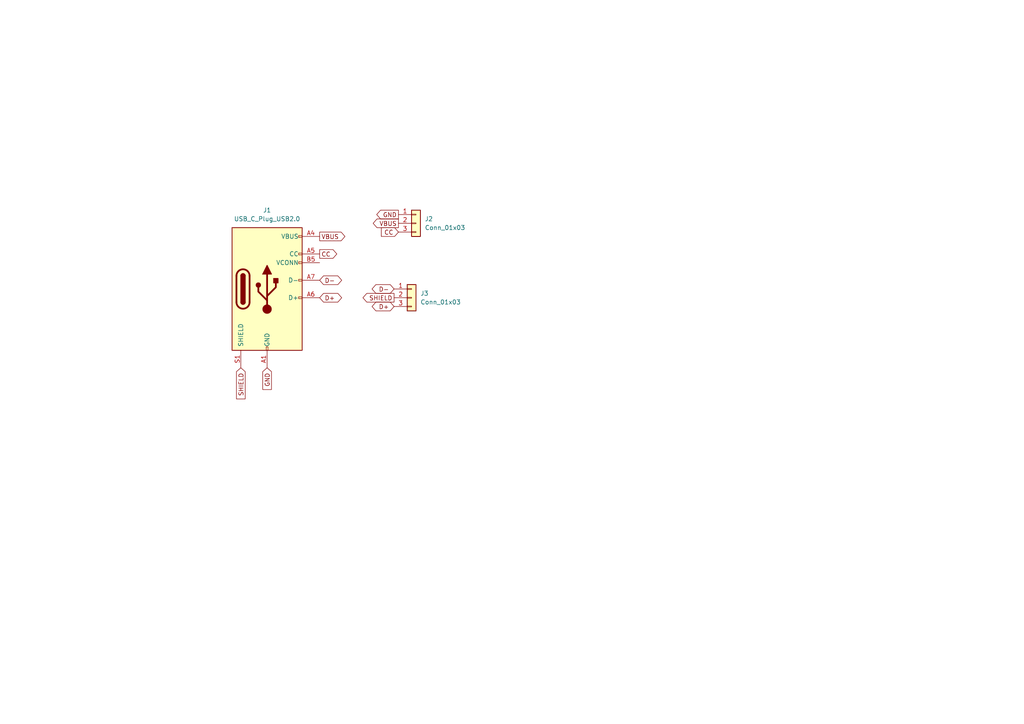
<source format=kicad_sch>
(kicad_sch (version 20230121) (generator eeschema)
  (paper "A4")
  (lib_symbols
    (symbol "21xt_symbols:USB_C_Plug_USB2.0-Connector" (pin_names (offset 1.016))
      (property "Reference" "J1" (at 10.16 19.05 0))
      (property "Value" "USB_C_Plug_USB2.0" (at -11.43 0 90))
      (symbol "USB_C_Plug_USB2.0-Connector_0_0"
        (rectangle (start -0.254 -17.78) (end 0.254 -16.764))
        (rectangle (start 10.16 -2.286) (end 9.144 -2.794))
        (rectangle (start 10.16 2.794) (end 9.144 2.286))
        (rectangle (start 10.16 7.874) (end 9.144 7.366))
        (rectangle (start 10.16 10.414) (end 9.144 9.906))
        (rectangle (start 10.16 15.494) (end 9.144 14.986))
      )
      (symbol "USB_C_Plug_USB2.0-Connector_0_1"
        (rectangle (start -10.16 17.78) (end 10.16 -17.78) (stroke (width 0.254)) (fill (type background)))
        (arc (start -8.89 -3.81) (mid -6.985 -5.7066) (end -5.08 -3.81) (stroke (width 0.508)))
        (arc (start -7.62 -3.81) (mid -6.985 -4.4422) (end -6.35 -3.81) (stroke (width 0.254)))
        (arc (start -7.62 -3.81) (mid -6.985 -4.4422) (end -6.35 -3.81) (stroke (width 0.254)) (fill (type outline)))
        (rectangle (start -7.62 -3.81) (end -6.35 3.81) (stroke (width 0.254)) (fill (type outline)))
        (arc (start -6.35 3.81) (mid -6.985 4.4422) (end -7.62 3.81) (stroke (width 0.254)))
        (arc (start -6.35 3.81) (mid -6.985 4.4422) (end -7.62 3.81) (stroke (width 0.254)) (fill (type outline)))
        (arc (start -5.08 3.81) (mid -6.985 5.7066) (end -8.89 3.81) (stroke (width 0.508)))
        (circle (center -2.54 1.143) (radius 0.635) (stroke (width 0.254)) (fill (type outline)))
        (circle (center 0 -5.842) (radius 1.27) (fill (type outline)))
        (polyline (pts (xy -8.89 -3.81) (xy -8.89 3.81)) (stroke (width 0.508)))
        (polyline (pts (xy -5.08 3.81) (xy -5.08 -3.81)) (stroke (width 0.508)))
        (polyline (pts (xy 0 -5.842) (xy 0 4.318)) (stroke (width 0.508)))
        (polyline (pts (xy 0 -3.302) (xy -2.54 -0.762) (xy -2.54 0.508)) (stroke (width 0.508)))
        (polyline (pts (xy 0 -2.032) (xy 2.54 0.508) (xy 2.54 1.778)) (stroke (width 0.508)))
        (polyline (pts (xy -1.27 4.318) (xy 0 6.858) (xy 1.27 4.318) (xy -1.27 4.318)) (stroke (width 0.254)) (fill (type outline)))
        (rectangle (start 1.905 1.778) (end 3.175 3.048) (stroke (width 0.254)) (fill (type outline)))
      )
      (symbol "USB_C_Plug_USB2.0-Connector_1_1"
        (pin power_in line (at 0 -22.86 90) (length 5.08) (name "GND") (number "A1"))
        (pin passive line (at 0 -22.86 90) (length 5.08) hide (name "GND") (number "A12"))
        (pin power_in line (at 15.24 15.24 180) (length 5.08) (name "VBUS") (number "A4"))
        (pin bidirectional line (at 15.24 10.16 180) (length 5.08) (name "CC") (number "A5"))
        (pin bidirectional line (at 15.24 -2.54 180) (length 5.08) (name "D+") (number "A6"))
        (pin bidirectional line (at 15.24 2.54 180) (length 5.08) (name "D-") (number "A7"))
        (pin passive line (at 15.24 15.24 180) (length 5.08) hide (name "VBUS") (number "A9"))
        (pin passive line (at 0 -22.86 90) (length 5.08) hide (name "GND") (number "B1"))
        (pin passive line (at 0 -22.86 90) (length 5.08) hide (name "GND") (number "B12"))
        (pin passive line (at 15.24 15.24 180) (length 5.08) hide (name "VBUS") (number "B4"))
        (pin bidirectional line (at 15.24 7.62 180) (length 5.08) (name "VCONN") (number "B5"))
        (pin passive line (at 15.24 15.24 180) (length 5.08) hide (name "VBUS") (number "B9"))
        (pin passive line (at -7.62 -22.86 90) (length 5.08) (name "SHIELD") (number "S1"))
      )
    )
    (symbol "Connector_Generic:Conn_01x03" (pin_names (offset 1.016) hide)
      (property "Reference" "J" (at 0 5.08 0))
      (property "Value" "Conn_01x03" (at 0 -5.08 0))
      (symbol "Conn_01x03_1_1"
        (rectangle (start -1.27 -2.413) (end 0 -2.667) (stroke (width 0.1524)))
        (rectangle (start -1.27 0.127) (end 0 -0.127) (stroke (width 0.1524)))
        (rectangle (start -1.27 2.667) (end 0 2.413) (stroke (width 0.1524)))
        (rectangle (start -1.27 3.81) (end 1.27 -3.81) (stroke (width 0.254)) (fill (type background)))
        (pin passive line (at -5.08 2.54 0) (length 3.81) (name "Pin_1") (number "1"))
        (pin passive line (at -5.08 0 0) (length 3.81) (name "Pin_2") (number "2"))
        (pin passive line (at -5.08 -2.54 0) (length 3.81) (name "Pin_3") (number "3"))
      )
    )
  )
  (global_label "CC" (shape output) (at 92.71 73.66 0) (property "Intersheetrefs" "${INTERSHEET_REFS}" (effects hide)))
  (global_label "D+" (shape bidirectional) (at 92.71 86.36 0) (property "Intersheetrefs" "${INTERSHEET_REFS}" (effects hide)))
  (global_label "VBUS" (shape output) (at 115.57 64.77 180) (property "Intersheetrefs" "${INTERSHEET_REFS}" (effects hide)))
  (global_label "VBUS" (shape output) (at 92.71 68.58 0) (property "Intersheetrefs" "${INTERSHEET_REFS}" (effects hide)))
  (global_label "SHIELD" (shape input) (at 69.85 106.68 270) (property "Intersheetrefs" "${INTERSHEET_REFS}" (effects hide)))
  (global_label "GND" (shape output) (at 115.57 62.23 180) (property "Intersheetrefs" "${INTERSHEET_REFS}" (effects hide)))
  (global_label "CC" (shape input) (at 115.57 67.31 180) (property "Intersheetrefs" "${INTERSHEET_REFS}" (effects hide)))
  (global_label "GND" (shape input) (at 77.47 106.68 270) (property "Intersheetrefs" "${INTERSHEET_REFS}" (effects hide)))
  (global_label "SHIELD" (shape output) (at 114.3 86.36 180) (property "Intersheetrefs" "${INTERSHEET_REFS}" (effects hide)))
  (global_label "D-" (shape bidirectional) (at 92.71 81.28 0) (property "Intersheetrefs" "${INTERSHEET_REFS}" (effects hide)))
  (global_label "D-" (shape bidirectional) (at 114.3 83.82 180) (property "Intersheetrefs" "${INTERSHEET_REFS}" (effects hide)))
  (global_label "D+" (shape bidirectional) (at 114.3 88.9 180) (property "Intersheetrefs" "${INTERSHEET_REFS}" (effects hide)))
  (symbol (lib_id "Connector_Generic:Conn_01x03") (at 119.38 86.36 0) (unit 1)
    (property "Reference" "J3" (at 121.92 85.09 0) (effects (justify left)))
    (property "Value" "Conn_01x03" (at 121.92 87.63 0) (effects (justify left)))
    (property "Footprint" "Connector_PinHeader_2.54mm:PinHeader_1x03_P2.54mm_Vertical" (effects hide))
  )
  (symbol (lib_id "Connector_Generic:Conn_01x03") (at 120.65 64.77 0) (unit 1)
    (property "Reference" "J2" (at 123.19 63.5 0) (effects (justify left)))
    (property "Value" "Conn_01x03" (at 123.19 66.04 0) (effects (justify left)))
    (property "Footprint" "Connector_PinSocket_2.54mm:PinSocket_1x03_P2.54mm_Vertical" (effects hide))
  )
  (symbol (lib_id "21xt_symbols:USB_C_Plug_USB2.0-Connector") (at 77.47 83.82 0) (unit 1)
    (property "Reference" "J1" (at 77.47 60.96 0))
    (property "Value" "USB_C_Plug_USB2.0" (at 77.47 63.5 0))
    (property "Footprint" "21xt_footprints:USB_C_MOUNT" (effects hide))
    (property "Datasheet" "https://www.usb.org/sites/default/files/documents/usb_type-c.zip" (effects hide))
  )
)
</source>
